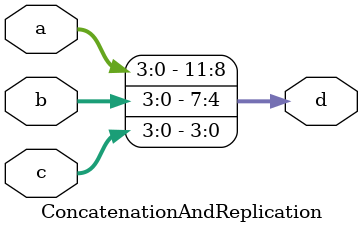
<source format=v>
`timescale 1ns / 1ps

module ConcatenationAndReplication(a,b,c,d
    );
input[3:0]a,b,c;
output[11:0]d;
assign d={a,b,c};

endmodule

</source>
